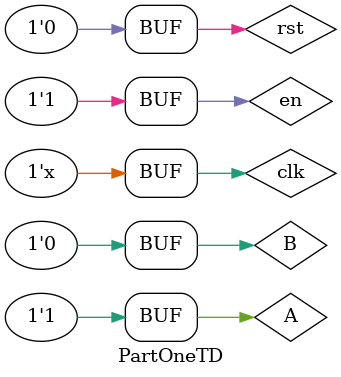
<source format=v>
`timescale 1ns/100 ps

module PartOneTD;
	reg A = 0, B = 0, clk = 0, rst = 0, en = 0;
	wire S;

	initial
	  begin

	#10	// 0ns
	rst = 1; A = 1;	B = 1;	en = 1;

	#10	// 10ns
	rst = 0; A = 0;	B = 1;	en = 1;
	
	#10 // 20ns
	rst = 0; A = 1;	B = 0;	en = 1;

	#10 // 30ns
	rst = 0; A = 0;	B = 0;	en = 1;

	#10 // 40ns 
	rst = 0; A = 1;	B = 1;	en = 1;

	#10 // 50ns
	rst = 0; A = 1;	B = 1;	en = 1;
	
	#10 // 60ns
	rst = 1; A = 0;	B = 0;	en = 1;

	#10 // 70 ns
	rst = 0; A = 0;	B = 1;	en = 1;
	
	#10 // 80 ns
	rst = 0; A = 1;	B = 0;	en = 1;
	end

  always
      begin
      clk = #5 ~clk;
      end

   PartOne uut (.A(A),.B(B),.clk(clk),.en(en),.rst(rst),.S(S)); 

endmodule



</source>
